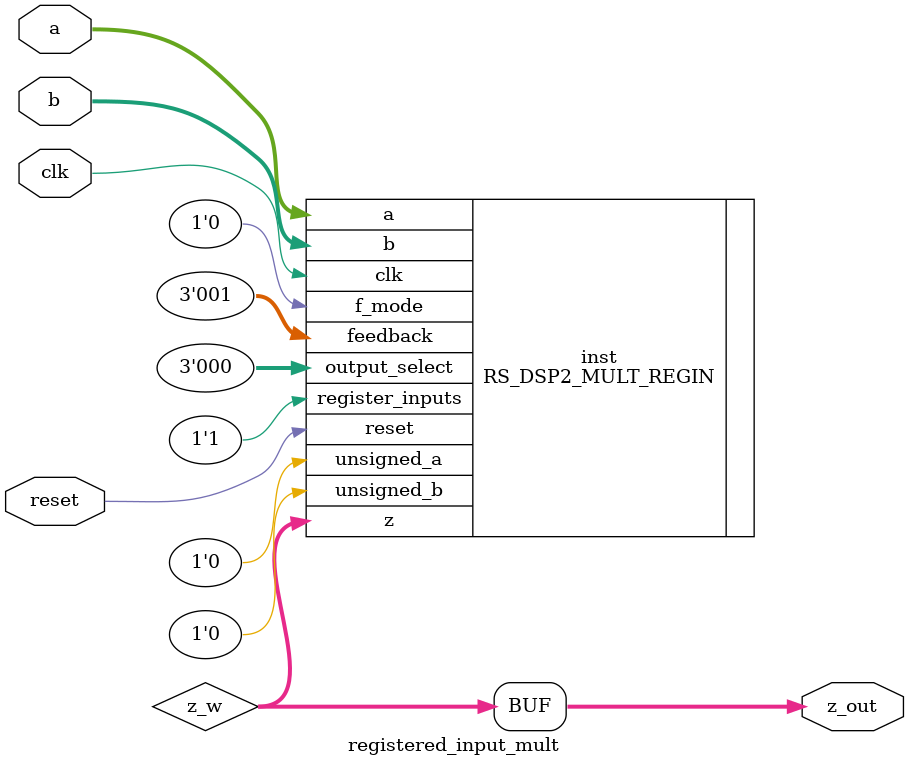
<source format=v>


module registered_input_mult (
    input wire clk, reset,
	input  wire [19:0] a,
    input  wire [17:0] b,
    output wire [37:0] z_out
    );

    parameter [79:0] MODE_BITS = 80'd0;
    
    wire [37:0] z_w;

	RS_DSP2_MULT_REGIN #(
    .MODE_BITS(80'h00000000000000000000)) 
        inst(.a(a), .b(b), .z(z_w),. clk(clk), .reset(reset) ,. feedback(3'd1), .unsigned_a(1'b0), .unsigned_b(1'b0), .f_mode(1'b0), .output_select(3'd0), .register_inputs(1'b1));
	
    assign z_out = z_w;

endmodule



</source>
